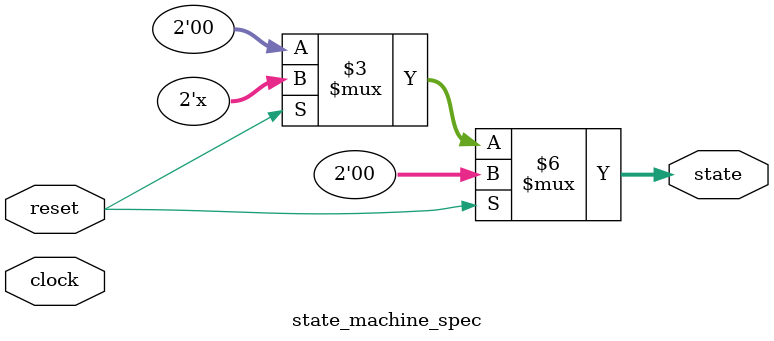
<source format=v>
module state_machine_spec(input [0:0] clock, input [0:0] reset, output reg [1:0] state);

  // State parameter definitions
  parameter IDLE  = 2'b00;
  parameter START = 2'b01;
  parameter RUN   = 2'b10;
  parameter STOP  = 2'b11;

  always @(*) begin
    if (reset) begin
      state = IDLE; // Reset state
    end else begin
      case (state)
        IDLE:  state = START; // Transition from IDLE to START
        START: state = RUN;   // Transition from START to RUN
        RUN:   state = STOP;  // Transition from RUN to STOP
        STOP:  state = IDLE;  // Transition from STOP back to IDLE
        default: state = IDLE; // Default state
      endcase
    end
  end

endmodule

</source>
